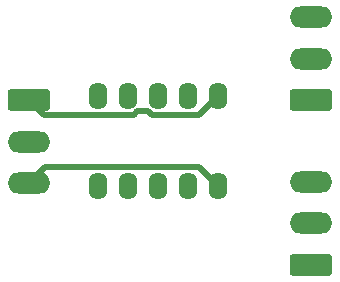
<source format=gbr>
%TF.GenerationSoftware,KiCad,Pcbnew,8.0.2*%
%TF.CreationDate,2024-07-29T23:59:12+02:00*%
%TF.ProjectId,latchingRelay,6c617463-6869-46e6-9752-656c61792e6b,rev?*%
%TF.SameCoordinates,Original*%
%TF.FileFunction,Copper,L2,Bot*%
%TF.FilePolarity,Positive*%
%FSLAX46Y46*%
G04 Gerber Fmt 4.6, Leading zero omitted, Abs format (unit mm)*
G04 Created by KiCad (PCBNEW 8.0.2) date 2024-07-29 23:59:12*
%MOMM*%
%LPD*%
G01*
G04 APERTURE LIST*
G04 Aperture macros list*
%AMRoundRect*
0 Rectangle with rounded corners*
0 $1 Rounding radius*
0 $2 $3 $4 $5 $6 $7 $8 $9 X,Y pos of 4 corners*
0 Add a 4 corners polygon primitive as box body*
4,1,4,$2,$3,$4,$5,$6,$7,$8,$9,$2,$3,0*
0 Add four circle primitives for the rounded corners*
1,1,$1+$1,$2,$3*
1,1,$1+$1,$4,$5*
1,1,$1+$1,$6,$7*
1,1,$1+$1,$8,$9*
0 Add four rect primitives between the rounded corners*
20,1,$1+$1,$2,$3,$4,$5,0*
20,1,$1+$1,$4,$5,$6,$7,0*
20,1,$1+$1,$6,$7,$8,$9,0*
20,1,$1+$1,$8,$9,$2,$3,0*%
G04 Aperture macros list end*
%TA.AperFunction,ComponentPad*%
%ADD10RoundRect,0.250000X1.550000X-0.650000X1.550000X0.650000X-1.550000X0.650000X-1.550000X-0.650000X0*%
%TD*%
%TA.AperFunction,ComponentPad*%
%ADD11O,3.600000X1.800000*%
%TD*%
%TA.AperFunction,ComponentPad*%
%ADD12RoundRect,0.250000X-1.550000X0.650000X-1.550000X-0.650000X1.550000X-0.650000X1.550000X0.650000X0*%
%TD*%
%TA.AperFunction,ComponentPad*%
%ADD13O,1.600000X2.300000*%
%TD*%
%TA.AperFunction,Conductor*%
%ADD14C,0.500000*%
%TD*%
G04 APERTURE END LIST*
D10*
%TO.P,J102,1,Pin_1*%
%TO.N,Net-(J102-Pin_1)*%
X159000000Y-99000000D03*
D11*
%TO.P,J102,2,Pin_2*%
%TO.N,Net-(J102-Pin_2)*%
X159000000Y-95500000D03*
%TO.P,J102,3,Pin_3*%
%TO.N,Net-(J102-Pin_3)*%
X159000000Y-92000000D03*
%TD*%
D10*
%TO.P,J103,1,Pin_1*%
%TO.N,Net-(J103-Pin_1)*%
X159000000Y-85055000D03*
D11*
%TO.P,J103,2,Pin_2*%
%TO.N,Net-(J103-Pin_2)*%
X159000000Y-81555000D03*
%TO.P,J103,3,Pin_3*%
%TO.N,Net-(J103-Pin_3)*%
X159000000Y-78055000D03*
%TD*%
D12*
%TO.P,J101,1,Pin_1*%
%TO.N,Net-(J101-Pin_1)*%
X135139500Y-85074000D03*
D11*
%TO.P,J101,2,Pin_2*%
%TO.N,Net-(J101-Pin_2)*%
X135139500Y-88574000D03*
%TO.P,J101,3,Pin_3*%
%TO.N,Net-(J101-Pin_3)*%
X135139500Y-92074000D03*
%TD*%
D13*
%TO.P,K101,1*%
%TO.N,Net-(D101-K)*%
X140925000Y-92325000D03*
%TO.P,K101,2*%
%TO.N,Net-(J102-Pin_3)*%
X143465000Y-92325000D03*
%TO.P,K101,3*%
%TO.N,Net-(J102-Pin_2)*%
X146005000Y-92325000D03*
%TO.P,K101,4*%
%TO.N,Net-(J102-Pin_1)*%
X148545000Y-92325000D03*
%TO.P,K101,5*%
%TO.N,Net-(J101-Pin_3)*%
X151085000Y-92325000D03*
%TO.P,K101,6*%
%TO.N,Net-(J101-Pin_1)*%
X151085000Y-84705000D03*
%TO.P,K101,7*%
%TO.N,Net-(J103-Pin_3)*%
X148545000Y-84705000D03*
%TO.P,K101,8*%
%TO.N,Net-(J103-Pin_2)*%
X146005000Y-84705000D03*
%TO.P,K101,9*%
%TO.N,Net-(J103-Pin_1)*%
X143465000Y-84705000D03*
%TO.P,K101,10*%
%TO.N,Net-(D101-K)*%
X140925000Y-84705000D03*
%TD*%
D14*
%TO.N,Net-(J101-Pin_3)*%
X135139500Y-92074000D02*
X136488500Y-90725000D01*
X149485000Y-90725000D02*
X151085000Y-92325000D01*
X136488500Y-90725000D02*
X149485000Y-90725000D01*
%TO.N,Net-(J101-Pin_1)*%
X149485000Y-86305000D02*
X145487233Y-86305000D01*
X143982767Y-86305000D02*
X136370500Y-86305000D01*
X145487233Y-86305000D02*
X145182233Y-86000000D01*
X145182233Y-86000000D02*
X144287767Y-86000000D01*
X144287767Y-86000000D02*
X143982767Y-86305000D01*
X151085000Y-84705000D02*
X149485000Y-86305000D01*
X136370500Y-86305000D02*
X135139500Y-85074000D01*
%TD*%
M02*

</source>
